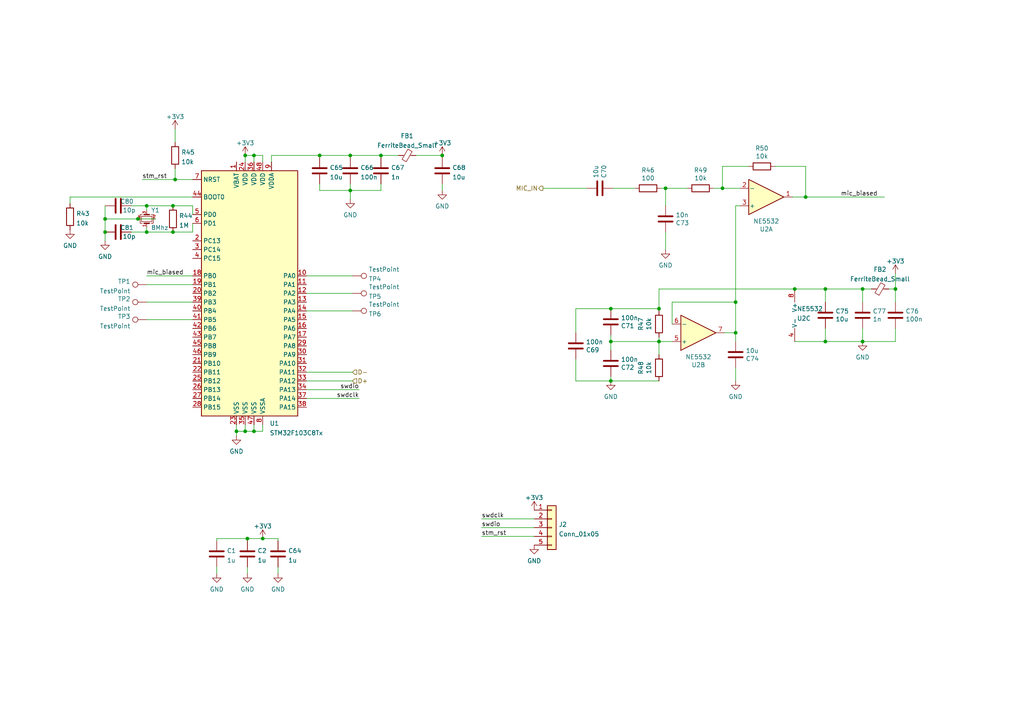
<source format=kicad_sch>
(kicad_sch (version 20211123) (generator eeschema)
  (paper "A4")
  (lib_symbols
    (symbol "Amplifier_Operational:NE5532" (pin_names (offset 0.127))
      (property "Reference" "U" (at 0 5.08 0))
      (property "Value" "NE5532" (at 0 -5.08 0))
      (symbol "NE5532_1_1"
        (polyline (pts (xy -5.08 5.08) (xy 5.08 0) (xy -5.08 -5.08) (xy -5.08 5.08)) (stroke (width 0.254)) (fill (type background)))
        (pin output line (at 7.62 0 180) (length 2.54) (name "~") (number "1"))
        (pin input line (at -7.62 -2.54 0) (length 2.54) (name "-") (number "2"))
        (pin input line (at -7.62 2.54 0) (length 2.54) (name "+") (number "3"))
      )
      (symbol "NE5532_2_1"
        (polyline (pts (xy -5.08 5.08) (xy 5.08 0) (xy -5.08 -5.08) (xy -5.08 5.08)) (stroke (width 0.254)) (fill (type background)))
        (pin input line (at -7.62 2.54 0) (length 2.54) (name "+") (number "5"))
        (pin input line (at -7.62 -2.54 0) (length 2.54) (name "-") (number "6"))
        (pin output line (at 7.62 0 180) (length 2.54) (name "~") (number "7"))
      )
      (symbol "NE5532_3_1"
        (pin power_in line (at -2.54 -7.62 90) (length 3.81) (name "V-") (number "4"))
        (pin power_in line (at -2.54 7.62 270) (length 3.81) (name "V+") (number "8"))
      )
    )
    (symbol "Connector:TestPoint" (pin_numbers hide) (pin_names (offset 0.762) hide)
      (property "Reference" "TP" (at 0 6.858 0))
      (property "Value" "TestPoint" (at 0 5.08 0))
      (symbol "TestPoint_0_1"
        (circle (center 0 3.302) (radius 0.762))
      )
      (symbol "TestPoint_1_1"
        (pin passive line (at 0 0 90) (length 2.54) (name "1") (number "1"))
      )
    )
    (symbol "Connector_Generic:Conn_01x05" (pin_names (offset 1.016) hide)
      (property "Reference" "J" (at 0 7.62 0))
      (property "Value" "Conn_01x05" (at 0 -7.62 0))
      (symbol "Conn_01x05_1_1"
        (rectangle (start -1.27 -4.953) (end 0 -5.207) (stroke (width 0.1524)))
        (rectangle (start -1.27 -2.413) (end 0 -2.667) (stroke (width 0.1524)))
        (rectangle (start -1.27 0.127) (end 0 -0.127) (stroke (width 0.1524)))
        (rectangle (start -1.27 2.667) (end 0 2.413) (stroke (width 0.1524)))
        (rectangle (start -1.27 5.207) (end 0 4.953) (stroke (width 0.1524)))
        (rectangle (start -1.27 6.35) (end 1.27 -6.35) (stroke (width 0.254)) (fill (type background)))
        (pin passive line (at -5.08 5.08 0) (length 3.81) (name "Pin_1") (number "1"))
        (pin passive line (at -5.08 2.54 0) (length 3.81) (name "Pin_2") (number "2"))
        (pin passive line (at -5.08 0 0) (length 3.81) (name "Pin_3") (number "3"))
        (pin passive line (at -5.08 -2.54 0) (length 3.81) (name "Pin_4") (number "4"))
        (pin passive line (at -5.08 -5.08 0) (length 3.81) (name "Pin_5") (number "5"))
      )
    )
    (symbol "Device:C" (pin_numbers hide) (pin_names (offset 0.254))
      (property "Reference" "C" (at 0.635 2.54 0))
      (property "Value" "C" (at 0.635 -2.54 0))
      (symbol "C_0_1"
        (polyline (pts (xy -2.032 -0.762) (xy 2.032 -0.762)) (stroke (width 0.508)))
        (polyline (pts (xy -2.032 0.762) (xy 2.032 0.762)) (stroke (width 0.508)))
      )
      (symbol "C_1_1"
        (pin passive line (at 0 3.81 270) (length 2.794) (name "~") (number "1"))
        (pin passive line (at 0 -3.81 90) (length 2.794) (name "~") (number "2"))
      )
    )
    (symbol "Device:Crystal_GND24_Small" (pin_names (offset 1.016) hide)
      (property "Reference" "Y" (at 1.27 4.445 0))
      (property "Value" "Crystal_GND24_Small" (at 1.27 2.54 0))
      (symbol "Crystal_GND24_Small_0_1"
        (rectangle (start -0.762 -1.524) (end 0.762 1.524))
        (polyline (pts (xy -1.27 -0.762) (xy -1.27 0.762)) (stroke (width 0.381)))
        (polyline (pts (xy 1.27 -0.762) (xy 1.27 0.762)) (stroke (width 0.381)))
        (polyline (pts (xy -1.27 -1.27) (xy -1.27 -1.905) (xy 1.27 -1.905) (xy 1.27 -1.27)))
        (polyline (pts (xy -1.27 1.27) (xy -1.27 1.905) (xy 1.27 1.905) (xy 1.27 1.27)))
      )
      (symbol "Crystal_GND24_Small_1_1"
        (pin passive line (at -2.54 0 0) (length 1.27) (name "1") (number "1"))
        (pin passive line (at 0 -2.54 90) (length 0.635) (name "2") (number "2"))
        (pin passive line (at 2.54 0 180) (length 1.27) (name "3") (number "3"))
        (pin passive line (at 0 2.54 270) (length 0.635) (name "4") (number "4"))
      )
    )
    (symbol "Device:FerriteBead_Small" (pin_numbers hide) (pin_names (offset 0))
      (property "Reference" "FB" (at 1.905 1.27 0))
      (property "Value" "FerriteBead_Small" (at 1.905 -1.27 0))
      (symbol "FerriteBead_Small_0_1"
        (polyline (pts (xy 0 -1.27) (xy 0 -0.7874)))
        (polyline (pts (xy 0 0.889) (xy 0 1.2954)))
        (polyline (pts (xy -1.8288 0.2794) (xy -1.1176 1.4986) (xy 1.8288 -0.2032) (xy 1.1176 -1.4224) (xy -1.8288 0.2794)))
      )
      (symbol "FerriteBead_Small_1_1"
        (pin passive line (at 0 2.54 270) (length 1.27) (name "~") (number "1"))
        (pin passive line (at 0 -2.54 90) (length 1.27) (name "~") (number "2"))
      )
    )
    (symbol "Device:R" (pin_numbers hide) (pin_names (offset 0))
      (property "Reference" "R" (at 2.032 0 90))
      (property "Value" "R" (at 0 0 90))
      (symbol "R_0_1"
        (rectangle (start -1.016 -2.54) (end 1.016 2.54) (stroke (width 0.254)))
      )
      (symbol "R_1_1"
        (pin passive line (at 0 3.81 270) (length 1.27) (name "~") (number "1"))
        (pin passive line (at 0 -3.81 90) (length 1.27) (name "~") (number "2"))
      )
    )
    (symbol "MCU_ST_STM32F1:STM32F103C8Tx"
      (property "Reference" "U" (at -15.24 36.83 0))
      (property "Value" "STM32F103C8Tx" (at 7.62 36.83 0))
      (symbol "STM32F103C8Tx_0_1"
        (rectangle (start -15.24 -35.56) (end 12.7 35.56) (stroke (width 0.254)) (fill (type background)))
      )
      (symbol "STM32F103C8Tx_1_1"
        (pin power_in line (at -5.08 38.1 270) (length 2.54) (name "VBAT") (number "1"))
        (pin bidirectional line (at 15.24 5.08 180) (length 2.54) (name "PA0") (number "10"))
        (pin bidirectional line (at 15.24 2.54 180) (length 2.54) (name "PA1") (number "11"))
        (pin bidirectional line (at 15.24 0 180) (length 2.54) (name "PA2") (number "12"))
        (pin bidirectional line (at 15.24 -2.54 180) (length 2.54) (name "PA3") (number "13"))
        (pin bidirectional line (at 15.24 -5.08 180) (length 2.54) (name "PA4") (number "14"))
        (pin bidirectional line (at 15.24 -7.62 180) (length 2.54) (name "PA5") (number "15"))
        (pin bidirectional line (at 15.24 -10.16 180) (length 2.54) (name "PA6") (number "16"))
        (pin bidirectional line (at 15.24 -12.7 180) (length 2.54) (name "PA7") (number "17"))
        (pin bidirectional line (at -17.78 5.08 0) (length 2.54) (name "PB0") (number "18"))
        (pin bidirectional line (at -17.78 2.54 0) (length 2.54) (name "PB1") (number "19"))
        (pin bidirectional line (at -17.78 15.24 0) (length 2.54) (name "PC13") (number "2"))
        (pin bidirectional line (at -17.78 0 0) (length 2.54) (name "PB2") (number "20"))
        (pin bidirectional line (at -17.78 -20.32 0) (length 2.54) (name "PB10") (number "21"))
        (pin bidirectional line (at -17.78 -22.86 0) (length 2.54) (name "PB11") (number "22"))
        (pin power_in line (at -5.08 -38.1 90) (length 2.54) (name "VSS") (number "23"))
        (pin power_in line (at -2.54 38.1 270) (length 2.54) (name "VDD") (number "24"))
        (pin bidirectional line (at -17.78 -25.4 0) (length 2.54) (name "PB12") (number "25"))
        (pin bidirectional line (at -17.78 -27.94 0) (length 2.54) (name "PB13") (number "26"))
        (pin bidirectional line (at -17.78 -30.48 0) (length 2.54) (name "PB14") (number "27"))
        (pin bidirectional line (at -17.78 -33.02 0) (length 2.54) (name "PB15") (number "28"))
        (pin bidirectional line (at 15.24 -15.24 180) (length 2.54) (name "PA8") (number "29"))
        (pin bidirectional line (at -17.78 12.7 0) (length 2.54) (name "PC14") (number "3"))
        (pin bidirectional line (at 15.24 -17.78 180) (length 2.54) (name "PA9") (number "30"))
        (pin bidirectional line (at 15.24 -20.32 180) (length 2.54) (name "PA10") (number "31"))
        (pin bidirectional line (at 15.24 -22.86 180) (length 2.54) (name "PA11") (number "32"))
        (pin bidirectional line (at 15.24 -25.4 180) (length 2.54) (name "PA12") (number "33"))
        (pin bidirectional line (at 15.24 -27.94 180) (length 2.54) (name "PA13") (number "34"))
        (pin power_in line (at -2.54 -38.1 90) (length 2.54) (name "VSS") (number "35"))
        (pin power_in line (at 0 38.1 270) (length 2.54) (name "VDD") (number "36"))
        (pin bidirectional line (at 15.24 -30.48 180) (length 2.54) (name "PA14") (number "37"))
        (pin bidirectional line (at 15.24 -33.02 180) (length 2.54) (name "PA15") (number "38"))
        (pin bidirectional line (at -17.78 -2.54 0) (length 2.54) (name "PB3") (number "39"))
        (pin bidirectional line (at -17.78 10.16 0) (length 2.54) (name "PC15") (number "4"))
        (pin bidirectional line (at -17.78 -5.08 0) (length 2.54) (name "PB4") (number "40"))
        (pin bidirectional line (at -17.78 -7.62 0) (length 2.54) (name "PB5") (number "41"))
        (pin bidirectional line (at -17.78 -10.16 0) (length 2.54) (name "PB6") (number "42"))
        (pin bidirectional line (at -17.78 -12.7 0) (length 2.54) (name "PB7") (number "43"))
        (pin input line (at -17.78 27.94 0) (length 2.54) (name "BOOT0") (number "44"))
        (pin bidirectional line (at -17.78 -15.24 0) (length 2.54) (name "PB8") (number "45"))
        (pin bidirectional line (at -17.78 -17.78 0) (length 2.54) (name "PB9") (number "46"))
        (pin power_in line (at 0 -38.1 90) (length 2.54) (name "VSS") (number "47"))
        (pin power_in line (at 2.54 38.1 270) (length 2.54) (name "VDD") (number "48"))
        (pin input line (at -17.78 22.86 0) (length 2.54) (name "PD0") (number "5"))
        (pin input line (at -17.78 20.32 0) (length 2.54) (name "PD1") (number "6"))
        (pin input line (at -17.78 33.02 0) (length 2.54) (name "NRST") (number "7"))
        (pin power_in line (at 2.54 -38.1 90) (length 2.54) (name "VSSA") (number "8"))
        (pin power_in line (at 5.08 38.1 270) (length 2.54) (name "VDDA") (number "9"))
      )
    )
    (symbol "power:+3.3V" (power) (pin_names (offset 0))
      (property "Value" "+3.3V" (at 0 3.556 0))
      (symbol "+3.3V_0_1"
        (polyline (pts (xy -0.762 1.27) (xy 0 2.54)))
        (polyline (pts (xy 0 0) (xy 0 2.54)))
        (polyline (pts (xy 0 2.54) (xy 0.762 1.27)))
      )
      (symbol "+3.3V_1_1"
        (pin power_in line (at 0 0 90) (length 0) hide (name "+3V3") (number "1"))
      )
    )
    (symbol "power:GND" (power) (pin_names (offset 0))
      (property "Value" "GND" (at 0 -3.81 0))
      (symbol "GND_0_1"
        (polyline (pts (xy 0 0) (xy 0 -1.27) (xy 1.27 -1.27) (xy 0 -2.54) (xy -1.27 -1.27) (xy 0 -1.27)))
      )
      (symbol "GND_1_1"
        (pin power_in line (at 0 0 270) (length 0) hide (name "GND") (number "1"))
      )
    )
  )
  (junction (at 230.505 83.82))
  (junction (at 250.19 99.06))
  (junction (at 128.27 45.085))
  (junction (at 101.6 55.245))
  (junction (at 213.36 87.63))
  (junction (at 233.68 57.15))
  (junction (at 110.49 45.085))
  (junction (at 177.165 110.49))
  (junction (at 71.12 125.095))
  (junction (at 30.48 63.5))
  (junction (at 191.135 89.535))
  (junction (at 213.36 96.52))
  (junction (at 50.165 67.31))
  (junction (at 209.55 54.61))
  (junction (at 239.395 99.06))
  (junction (at 191.135 99.06))
  (junction (at 101.6 45.085))
  (junction (at 42.545 67.31))
  (junction (at 177.165 99.06))
  (junction (at 239.395 83.82))
  (junction (at 259.715 83.82))
  (junction (at 42.545 59.69))
  (junction (at 73.66 45.085))
  (junction (at 177.165 89.535))
  (junction (at 73.66 125.095))
  (junction (at 30.48 67.31))
  (junction (at 40.005 63.5))
  (junction (at 50.8 52.07))
  (junction (at 250.19 83.82))
  (junction (at 193.04 54.61))
  (junction (at 68.58 125.095))
  (junction (at 76.2 156.21))
  (junction (at 71.12 45.085))
  (junction (at 50.165 59.69))
  (junction (at 92.71 45.085))
  (junction (at 71.755 156.21))
  (wire (pts (xy 139.7 155.575) (xy 154.94 155.575)))
  (wire (pts (xy 110.49 45.085) (xy 115.57 45.085)))
  (wire (pts (xy 71.12 45.085) (xy 73.66 45.085)))
  (wire (pts (xy 259.715 83.82) (xy 259.715 87.63)))
  (wire (pts (xy 88.9 107.95) (xy 102.235 107.95)))
  (wire (pts (xy 71.755 164.465) (xy 71.755 166.37)))
  (wire (pts (xy 250.19 99.06) (xy 259.715 99.06)))
  (wire (pts (xy 42.545 66.04) (xy 42.545 67.31)))
  (wire (pts (xy 229.87 57.15) (xy 233.68 57.15)))
  (wire (pts (xy 177.165 89.535) (xy 191.135 89.535)))
  (wire (pts (xy 177.165 99.06) (xy 191.135 99.06)))
  (wire (pts (xy 177.165 110.49) (xy 191.135 110.49)))
  (wire (pts (xy 76.2 125.095) (xy 73.66 125.095)))
  (wire (pts (xy 194.945 87.63) (xy 213.36 87.63)))
  (wire (pts (xy 239.395 95.25) (xy 239.395 99.06)))
  (wire (pts (xy 92.71 55.245) (xy 101.6 55.245)))
  (wire (pts (xy 55.88 59.69) (xy 50.165 59.69)))
  (wire (pts (xy 92.71 53.34) (xy 92.71 55.245)))
  (wire (pts (xy 40.005 63.5) (xy 45.085 63.5)))
  (wire (pts (xy 250.19 83.82) (xy 250.19 87.63)))
  (wire (pts (xy 194.945 93.98) (xy 194.945 87.63)))
  (wire (pts (xy 209.55 48.26) (xy 217.17 48.26)))
  (wire (pts (xy 110.49 45.085) (xy 110.49 45.72)))
  (wire (pts (xy 207.01 54.61) (xy 209.55 54.61)))
  (wire (pts (xy 88.9 115.57) (xy 104.14 115.57)))
  (wire (pts (xy 157.48 54.61) (xy 170.18 54.61)))
  (wire (pts (xy 101.6 53.34) (xy 101.6 55.245)))
  (wire (pts (xy 62.865 164.465) (xy 62.865 166.37)))
  (wire (pts (xy 80.645 156.21) (xy 76.2 156.21)))
  (wire (pts (xy 88.9 113.03) (xy 104.14 113.03)))
  (wire (pts (xy 92.71 45.085) (xy 78.74 45.085)))
  (wire (pts (xy 101.6 45.085) (xy 92.71 45.085)))
  (wire (pts (xy 30.48 63.5) (xy 30.48 67.31)))
  (wire (pts (xy 213.36 96.52) (xy 210.185 96.52)))
  (wire (pts (xy 50.165 67.31) (xy 55.88 67.31)))
  (wire (pts (xy 41.275 52.07) (xy 50.8 52.07)))
  (wire (pts (xy 76.2 45.085) (xy 76.2 46.99)))
  (wire (pts (xy 30.48 67.31) (xy 30.48 69.85)))
  (wire (pts (xy 42.545 87.63) (xy 55.88 87.63)))
  (wire (pts (xy 120.65 45.085) (xy 128.27 45.085)))
  (wire (pts (xy 191.77 54.61) (xy 193.04 54.61)))
  (wire (pts (xy 191.135 89.535) (xy 191.135 90.17)))
  (wire (pts (xy 50.8 52.07) (xy 50.8 48.895)))
  (wire (pts (xy 110.49 53.34) (xy 110.49 55.245)))
  (wire (pts (xy 154.94 150.495) (xy 139.7 150.495)))
  (wire (pts (xy 259.715 79.375) (xy 259.715 83.82)))
  (wire (pts (xy 213.36 87.63) (xy 213.36 96.52)))
  (wire (pts (xy 102.235 90.17) (xy 88.9 90.17)))
  (wire (pts (xy 239.395 83.82) (xy 239.395 87.63)))
  (wire (pts (xy 230.505 83.82) (xy 191.135 83.82)))
  (wire (pts (xy 191.135 83.82) (xy 191.135 89.535)))
  (wire (pts (xy 209.55 54.61) (xy 214.63 54.61)))
  (wire (pts (xy 50.165 59.69) (xy 42.545 59.69)))
  (wire (pts (xy 177.165 97.155) (xy 177.165 99.06)))
  (wire (pts (xy 167.005 96.52) (xy 167.005 89.535)))
  (wire (pts (xy 73.66 45.085) (xy 76.2 45.085)))
  (wire (pts (xy 88.9 110.49) (xy 102.235 110.49)))
  (wire (pts (xy 50.165 67.31) (xy 42.545 67.31)))
  (wire (pts (xy 92.71 45.085) (xy 92.71 45.72)))
  (wire (pts (xy 42.545 82.55) (xy 55.88 82.55)))
  (wire (pts (xy 78.74 45.085) (xy 78.74 46.99)))
  (wire (pts (xy 233.68 48.26) (xy 233.68 57.15)))
  (wire (pts (xy 213.36 96.52) (xy 213.36 99.06)))
  (wire (pts (xy 73.66 123.19) (xy 73.66 125.095)))
  (wire (pts (xy 55.88 57.15) (xy 20.32 57.15)))
  (wire (pts (xy 50.8 37.465) (xy 50.8 41.275)))
  (wire (pts (xy 71.755 156.21) (xy 71.755 156.845)))
  (wire (pts (xy 230.505 83.82) (xy 239.395 83.82)))
  (wire (pts (xy 193.04 59.69) (xy 193.04 54.61)))
  (wire (pts (xy 250.19 95.25) (xy 250.19 99.06)))
  (wire (pts (xy 101.6 55.245) (xy 101.6 57.785)))
  (wire (pts (xy 230.505 99.06) (xy 239.395 99.06)))
  (wire (pts (xy 71.12 125.095) (xy 68.58 125.095)))
  (wire (pts (xy 252.73 83.82) (xy 250.19 83.82)))
  (wire (pts (xy 167.005 110.49) (xy 177.165 110.49)))
  (wire (pts (xy 154.94 153.035) (xy 139.7 153.035)))
  (wire (pts (xy 191.135 99.06) (xy 194.945 99.06)))
  (wire (pts (xy 128.27 53.34) (xy 128.27 55.245)))
  (wire (pts (xy 102.235 80.01) (xy 88.9 80.01)))
  (wire (pts (xy 167.005 89.535) (xy 177.165 89.535)))
  (wire (pts (xy 193.04 67.31) (xy 193.04 72.39)))
  (wire (pts (xy 38.1 67.31) (xy 42.545 67.31)))
  (wire (pts (xy 213.36 59.69) (xy 214.63 59.69)))
  (wire (pts (xy 80.645 156.21) (xy 80.645 156.845)))
  (wire (pts (xy 224.79 48.26) (xy 233.68 48.26)))
  (wire (pts (xy 73.66 125.095) (xy 71.12 125.095)))
  (wire (pts (xy 68.58 123.19) (xy 68.58 125.095)))
  (wire (pts (xy 73.66 45.085) (xy 73.66 46.99)))
  (wire (pts (xy 55.88 67.31) (xy 55.88 64.77)))
  (wire (pts (xy 71.12 46.99) (xy 71.12 45.085)))
  (wire (pts (xy 213.36 106.68) (xy 213.36 110.49)))
  (wire (pts (xy 42.545 92.71) (xy 55.88 92.71)))
  (wire (pts (xy 80.645 164.465) (xy 80.645 166.37)))
  (wire (pts (xy 177.165 109.22) (xy 177.165 110.49)))
  (wire (pts (xy 101.6 45.085) (xy 101.6 45.72)))
  (wire (pts (xy 76.2 123.19) (xy 76.2 125.095)))
  (wire (pts (xy 239.395 99.06) (xy 250.19 99.06)))
  (wire (pts (xy 76.2 156.21) (xy 71.755 156.21)))
  (wire (pts (xy 55.88 52.07) (xy 50.8 52.07)))
  (wire (pts (xy 167.005 104.14) (xy 167.005 110.49)))
  (wire (pts (xy 102.235 85.09) (xy 88.9 85.09)))
  (wire (pts (xy 239.395 83.82) (xy 250.19 83.82)))
  (wire (pts (xy 233.68 57.15) (xy 256.54 57.15)))
  (wire (pts (xy 128.27 45.085) (xy 128.27 45.72)))
  (wire (pts (xy 199.39 54.61) (xy 193.04 54.61)))
  (wire (pts (xy 177.165 99.06) (xy 177.165 101.6)))
  (wire (pts (xy 42.545 59.69) (xy 42.545 60.96)))
  (wire (pts (xy 101.6 55.245) (xy 110.49 55.245)))
  (wire (pts (xy 38.1 59.69) (xy 42.545 59.69)))
  (wire (pts (xy 101.6 45.085) (xy 110.49 45.085)))
  (wire (pts (xy 209.55 48.26) (xy 209.55 54.61)))
  (wire (pts (xy 20.32 57.15) (xy 20.32 59.055)))
  (wire (pts (xy 259.715 95.25) (xy 259.715 99.06)))
  (wire (pts (xy 213.36 87.63) (xy 213.36 59.69)))
  (wire (pts (xy 30.48 63.5) (xy 40.005 63.5)))
  (wire (pts (xy 55.88 62.23) (xy 55.88 59.69)))
  (wire (pts (xy 68.58 125.095) (xy 68.58 126.365)))
  (wire (pts (xy 62.865 156.21) (xy 62.865 156.845)))
  (wire (pts (xy 191.135 97.79) (xy 191.135 99.06)))
  (wire (pts (xy 257.81 83.82) (xy 259.715 83.82)))
  (wire (pts (xy 71.12 123.19) (xy 71.12 125.095)))
  (wire (pts (xy 191.135 99.06) (xy 191.135 102.87)))
  (wire (pts (xy 30.48 59.69) (xy 30.48 63.5)))
  (wire (pts (xy 177.8 54.61) (xy 184.15 54.61)))
  (wire (pts (xy 71.755 156.21) (xy 62.865 156.21)))
  (wire (pts (xy 42.545 80.01) (xy 55.88 80.01)))
  (label "mic_biased" (at 42.545 80.01 0))
  (label "stm_rst" (at 139.7 155.575 0))
  (label "swdio" (at 104.14 113.03 180))
  (label "swdclk" (at 104.14 115.57 180))
  (label "mic_biased" (at 243.84 57.15 0))
  (label "stm_rst" (at 41.275 52.07 0))
  (label "swdio" (at 139.7 153.035 0))
  (label "swdclk" (at 139.7 150.495 0))
  (hierarchical_label "MIC_IN" (shape output) (at 157.48 54.61 180))
  (hierarchical_label "D+" (shape input) (at 102.235 110.49 0))
  (hierarchical_label "D-" (shape input) (at 102.235 107.95 0))
  (symbol (lib_id "power:GND") (at 213.36 110.49 0) (unit 1)
    (property "Reference" "#PWR0113" (effects hide))
    (property "Value" "GND" (at 213.36 115.0525 0))
  )
  (symbol (lib_id "Device:C") (at 193.04 63.5 0) (mirror x) (unit 1)
    (property "Reference" "C73" (at 195.961 64.6684 0) (effects (justify left)))
    (property "Value" "10n" (at 195.961 62.357 0) (effects (justify left)))
    (property "Footprint" "Capacitor_SMD:C_0603_1608Metric" (effects hide))
  )
  (symbol (lib_id "Device:R") (at 50.165 63.5 0) (unit 1)
    (property "Reference" "R44" (at 51.943 62.5915 0) (effects (justify left)))
    (property "Value" "1M" (at 51.943 65.3666 0) (effects (justify left)))
    (property "Footprint" "Resistor_SMD:R_0603_1608Metric" (effects hide))
  )
  (symbol (lib_id "power:+3.3V") (at 154.94 147.955 0) (unit 1)
    (property "Reference" "#PWR0123" (effects hide))
    (property "Value" "+3.3V" (at 154.94 144.3505 0))
  )
  (symbol (lib_id "Device:R") (at 220.98 48.26 270) (mirror x) (unit 1)
    (property "Reference" "R50" (at 220.98 43.0022 90))
    (property "Value" "10k" (at 220.98 45.3136 90))
    (property "Footprint" "Resistor_SMD:R_0603_1608Metric" (effects hide))
  )
  (symbol (lib_id "Device:R") (at 187.96 54.61 270) (mirror x) (unit 1)
    (property "Reference" "R46" (at 187.96 49.3522 90))
    (property "Value" "100" (at 187.96 51.6636 90))
    (property "Footprint" "Resistor_SMD:R_0603_1608Metric" (effects hide))
  )
  (symbol (lib_id "Device:C") (at 250.19 91.44 0) (unit 1)
    (property "Reference" "C77" (at 253.111 90.2716 0) (effects (justify left)))
    (property "Value" "1n" (at 253.111 92.583 0) (effects (justify left)))
    (property "Footprint" "Capacitor_SMD:C_0603_1608Metric" (effects hide))
  )
  (symbol (lib_id "power:+3.3V") (at 128.27 45.085 0) (unit 1)
    (property "Reference" "#PWR0128" (effects hide))
    (property "Value" "+3.3V" (at 128.27 41.4805 0))
  )
  (symbol (lib_id "Connector_Generic:Conn_01x05") (at 160.02 153.035 0) (unit 1)
    (property "Reference" "J2" (at 162.052 152.1265 0) (effects (justify left)))
    (property "Value" "Conn_01x05" (at 162.052 154.9016 0) (effects (justify left)))
    (property "Footprint" "Connector_PinHeader_2.54mm:PinHeader_1x05_P2.54mm_Vertical" (effects hide))
  )
  (symbol (lib_id "power:GND") (at 177.165 110.49 0) (unit 1)
    (property "Reference" "#PWR0112" (effects hide))
    (property "Value" "GND" (at 177.165 115.0525 0))
  )
  (symbol (lib_id "Device:C") (at 173.99 54.61 270) (mirror x) (unit 1)
    (property "Reference" "C70" (at 175.1584 51.689 0) (effects (justify left)))
    (property "Value" "10u" (at 172.847 51.689 0) (effects (justify left)))
    (property "Footprint" "Capacitor_SMD:C_0603_1608Metric" (effects hide))
  )
  (symbol (lib_id "Device:C") (at 177.165 105.41 0) (mirror x) (unit 1)
    (property "Reference" "C72" (at 180.086 106.5784 0) (effects (justify left)))
    (property "Value" "100n" (at 180.086 104.267 0) (effects (justify left)))
    (property "Footprint" "Capacitor_SMD:C_0603_1608Metric" (effects hide))
  )
  (symbol (lib_id "Device:Crystal_GND24_Small") (at 42.545 63.5 90) (unit 1)
    (property "Reference" "Y1" (at 43.815 60.96 90) (effects (justify right)))
    (property "Value" "8Mhz" (at 43.815 66.04 90) (effects (justify right)))
    (property "Footprint" "Crystal:Crystal_SMD_3225-4Pin_3.2x2.5mm" (effects hide))
  )
  (symbol (lib_id "Device:FerriteBead_Small") (at 118.11 45.085 90) (unit 1)
    (property "Reference" "FB1" (at 118.0719 39.4167 90))
    (property "Value" "FerriteBead_Small" (at 118.0719 42.1918 90))
    (property "Footprint" "Capacitor_SMD:C_0805_2012Metric" (effects hide))
  )
  (symbol (lib_id "Amplifier_Operational:NE5532") (at 227.965 91.44 0) (mirror y) (unit 3)
    (property "Reference" "U2" (at 231.14 92.3485 0) (effects (justify right)))
    (property "Value" "NE5532" (at 231.14 89.5734 0) (effects (justify right)))
    (property "Footprint" "Package_SO:SOIC-8_3.9x4.9mm_P1.27mm" (effects hide))
    (property "Datasheet" "http://www.ti.com/lit/ds/symlink/ne5532.pdf" (effects hide))
  )
  (symbol (lib_id "power:GND") (at 80.645 166.37 0) (unit 1)
    (property "Reference" "#PWR0116" (effects hide))
    (property "Value" "GND" (at 80.645 170.9325 0))
  )
  (symbol (lib_id "Connector:TestPoint") (at 42.545 87.63 90) (unit 1)
    (property "Reference" "TP2" (at 37.846 86.7215 90) (effects (justify left)))
    (property "Value" "TestPoint" (at 37.846 89.4966 90) (effects (justify left)))
    (property "Footprint" "TestPoint:TestPoint_Pad_D1.0mm" (effects hide))
  )
  (symbol (lib_id "power:GND") (at 101.6 57.785 0) (unit 1)
    (property "Reference" "#PWR0120" (effects hide))
    (property "Value" "GND" (at 101.6 62.3475 0))
  )
  (symbol (lib_id "Device:R") (at 203.2 54.61 270) (mirror x) (unit 1)
    (property "Reference" "R49" (at 203.2 49.3522 90))
    (property "Value" "10k" (at 203.2 51.6636 90))
    (property "Footprint" "Resistor_SMD:R_0603_1608Metric" (effects hide))
  )
  (symbol (lib_id "Device:C") (at 259.715 91.44 0) (unit 1)
    (property "Reference" "C76" (at 262.636 90.2716 0) (effects (justify left)))
    (property "Value" "100n" (at 262.636 92.583 0) (effects (justify left)))
    (property "Footprint" "Capacitor_SMD:C_0603_1608Metric" (effects hide))
  )
  (symbol (lib_id "Device:R") (at 191.135 93.98 0) (mirror y) (unit 1)
    (property "Reference" "R47" (at 185.8772 93.98 90))
    (property "Value" "10k" (at 188.1886 93.98 90))
    (property "Footprint" "Resistor_SMD:R_0603_1608Metric" (effects hide))
  )
  (symbol (lib_id "power:GND") (at 20.32 66.675 0) (unit 1)
    (property "Reference" "#PWR0122" (effects hide))
    (property "Value" "GND" (at 20.32 71.2375 0))
  )
  (symbol (lib_id "power:+3.3V") (at 50.8 37.465 0) (unit 1)
    (property "Reference" "#PWR0126" (effects hide))
    (property "Value" "+3.3V" (at 50.8 33.8605 0))
  )
  (symbol (lib_id "Device:C") (at 239.395 91.44 0) (unit 1)
    (property "Reference" "C75" (at 242.316 90.2716 0) (effects (justify left)))
    (property "Value" "10u" (at 242.316 92.583 0) (effects (justify left)))
    (property "Footprint" "Capacitor_SMD:C_0603_1608Metric" (effects hide))
  )
  (symbol (lib_id "Device:C") (at 80.645 160.655 0) (unit 1)
    (property "Reference" "C64" (at 83.566 159.7465 0) (effects (justify left)))
    (property "Value" "1u" (at 83.566 162.5216 0) (effects (justify left)))
    (property "Footprint" "Capacitor_SMD:C_0603_1608Metric" (effects hide))
  )
  (symbol (lib_id "Device:R") (at 50.8 45.085 180) (unit 1)
    (property "Reference" "R45" (at 52.578 44.1765 0) (effects (justify right)))
    (property "Value" "10k" (at 52.578 46.9516 0) (effects (justify right)))
    (property "Footprint" "Resistor_SMD:R_0603_1608Metric" (effects hide))
  )
  (symbol (lib_id "power:GND") (at 193.04 72.39 0) (unit 1)
    (property "Reference" "#PWR0110" (effects hide))
    (property "Value" "GND" (at 193.04 76.9525 0))
  )
  (symbol (lib_id "Amplifier_Operational:NE5532") (at 222.25 57.15 0) (mirror x) (unit 1)
    (property "Reference" "U2" (at 222.25 66.4718 0))
    (property "Value" "NE5532" (at 222.25 64.1604 0))
    (property "Footprint" "Package_SO:SOIC-8_3.9x4.9mm_P1.27mm" (effects hide))
    (property "Datasheet" "http://www.ti.com/lit/ds/symlink/ne5532.pdf" (effects hide))
  )
  (symbol (lib_id "Connector:TestPoint") (at 42.545 92.71 90) (unit 1)
    (property "Reference" "TP3" (at 37.846 91.8015 90) (effects (justify left)))
    (property "Value" "TestPoint" (at 37.846 94.5766 90) (effects (justify left)))
    (property "Footprint" "TestPoint:TestPoint_Pad_D1.0mm" (effects hide))
  )
  (symbol (lib_id "Device:R") (at 191.135 106.68 0) (mirror y) (unit 1)
    (property "Reference" "R48" (at 185.8772 106.68 90))
    (property "Value" "10k" (at 188.1886 106.68 90))
    (property "Footprint" "Resistor_SMD:R_0603_1608Metric" (effects hide))
  )
  (symbol (lib_id "Connector:TestPoint") (at 42.545 82.55 90) (unit 1)
    (property "Reference" "TP1" (at 37.846 81.6415 90) (effects (justify left)))
    (property "Value" "TestPoint" (at 37.846 84.4166 90) (effects (justify left)))
    (property "Footprint" "TestPoint:TestPoint_Pad_D1.0mm" (effects hide))
  )
  (symbol (lib_id "power:GND") (at 62.865 166.37 0) (unit 1)
    (property "Reference" "#PWR0118" (effects hide))
    (property "Value" "GND" (at 62.865 170.9325 0))
  )
  (symbol (lib_id "Device:C") (at 213.36 102.87 0) (mirror x) (unit 1)
    (property "Reference" "C74" (at 216.281 104.0384 0) (effects (justify left)))
    (property "Value" "10u" (at 216.281 101.727 0) (effects (justify left)))
    (property "Footprint" "Capacitor_SMD:C_0603_1608Metric" (effects hide))
  )
  (symbol (lib_id "Device:C") (at 34.29 59.69 90) (unit 1)
    (property "Reference" "C80" (at 36.83 58.42 90))
    (property "Value" "10p" (at 37.465 60.96 90))
    (property "Footprint" "Capacitor_SMD:C_0603_1608Metric" (effects hide))
  )
  (symbol (lib_id "Device:C") (at 128.27 49.53 0) (unit 1)
    (property "Reference" "C68" (at 131.191 48.6215 0) (effects (justify left)))
    (property "Value" "10u" (at 131.191 51.3966 0) (effects (justify left)))
    (property "Footprint" "Capacitor_SMD:C_0603_1608Metric" (effects hide))
  )
  (symbol (lib_id "MCU_ST_STM32F1:STM32F103C8Tx") (at 73.66 85.09 0) (unit 1)
    (property "Reference" "U1" (at 78.2194 122.7995 0) (effects (justify left)))
    (property "Value" "STM32F103C8Tx" (at 78.2194 125.5746 0) (effects (justify left)))
    (property "Footprint" "Package_QFP:LQFP-48_7x7mm_P0.5mm" (effects hide))
    (property "Datasheet" "http://www.st.com/st-web-ui/static/active/en/resource/technical/document/datasheet/CD00161566.pdf" (effects hide))
  )
  (symbol (lib_id "Device:C") (at 92.71 49.53 0) (unit 1)
    (property "Reference" "C65" (at 95.631 48.6215 0) (effects (justify left)))
    (property "Value" "10u" (at 95.631 51.3966 0) (effects (justify left)))
    (property "Footprint" "Capacitor_SMD:C_0603_1608Metric" (effects hide))
  )
  (symbol (lib_id "power:GND") (at 250.19 99.06 0) (unit 1)
    (property "Reference" "#PWR0111" (effects hide))
    (property "Value" "GND" (at 250.19 103.6225 0))
  )
  (symbol (lib_id "power:GND") (at 71.755 166.37 0) (unit 1)
    (property "Reference" "#PWR0115" (effects hide))
    (property "Value" "GND" (at 71.755 170.9325 0))
  )
  (symbol (lib_id "Device:FerriteBead_Small") (at 255.27 83.82 90) (unit 1)
    (property "Reference" "FB2" (at 255.2319 78.1517 90))
    (property "Value" "FerriteBead_Small" (at 255.2319 80.9268 90))
    (property "Footprint" "Capacitor_SMD:C_0805_2012Metric" (effects hide))
  )
  (symbol (lib_id "Device:C") (at 167.005 100.33 0) (mirror x) (unit 1)
    (property "Reference" "C69" (at 169.926 101.4984 0) (effects (justify left)))
    (property "Value" "100n" (at 169.926 99.187 0) (effects (justify left)))
    (property "Footprint" "Capacitor_SMD:C_0603_1608Metric" (effects hide))
  )
  (symbol (lib_id "Device:C") (at 177.165 93.345 0) (mirror x) (unit 1)
    (property "Reference" "C71" (at 180.086 94.5134 0) (effects (justify left)))
    (property "Value" "100n" (at 180.086 92.202 0) (effects (justify left)))
    (property "Footprint" "Capacitor_SMD:C_0603_1608Metric" (effects hide))
  )
  (symbol (lib_id "Device:C") (at 110.49 49.53 0) (unit 1)
    (property "Reference" "C67" (at 113.411 48.6215 0) (effects (justify left)))
    (property "Value" "1n" (at 113.411 51.3966 0) (effects (justify left)))
    (property "Footprint" "Capacitor_SMD:C_0603_1608Metric" (effects hide))
  )
  (symbol (lib_id "power:+3.3V") (at 76.2 156.21 0) (unit 1)
    (property "Reference" "#PWR0117" (effects hide))
    (property "Value" "+3.3V" (at 76.2 152.6055 0))
  )
  (symbol (lib_id "power:GND") (at 128.27 55.245 0) (unit 1)
    (property "Reference" "#PWR0129" (effects hide))
    (property "Value" "GND" (at 128.27 59.8075 0))
  )
  (symbol (lib_id "Device:R") (at 20.32 62.865 180) (unit 1)
    (property "Reference" "R43" (at 22.098 61.9565 0) (effects (justify right)))
    (property "Value" "10k" (at 22.098 64.7316 0) (effects (justify right)))
    (property "Footprint" "Resistor_SMD:R_0603_1608Metric" (effects hide))
  )
  (symbol (lib_id "Device:C") (at 34.29 67.31 90) (unit 1)
    (property "Reference" "C81" (at 36.83 66.04 90))
    (property "Value" "10p" (at 37.465 68.58 90))
    (property "Footprint" "Capacitor_SMD:C_0603_1608Metric" (effects hide))
  )
  (symbol (lib_id "Device:C") (at 62.865 160.655 0) (unit 1)
    (property "Reference" "C1" (at 65.786 159.7465 0) (effects (justify left)))
    (property "Value" "1u" (at 65.786 162.5216 0) (effects (justify left)))
    (property "Footprint" "Capacitor_SMD:C_0603_1608Metric" (effects hide))
  )
  (symbol (lib_id "power:GND") (at 154.94 158.115 0) (unit 1)
    (property "Reference" "#PWR0124" (effects hide))
    (property "Value" "GND" (at 154.94 162.6775 0))
  )
  (symbol (lib_id "power:GND") (at 68.58 126.365 0) (unit 1)
    (property "Reference" "#PWR0114" (effects hide))
    (property "Value" "GND" (at 68.58 130.9275 0))
  )
  (symbol (lib_id "Connector:TestPoint") (at 102.235 90.17 270) (unit 1)
    (property "Reference" "TP6" (at 106.934 91.0785 90) (effects (justify left)))
    (property "Value" "TestPoint" (at 106.934 88.3034 90) (effects (justify left)))
    (property "Footprint" "TestPoint:TestPoint_Pad_D1.0mm" (effects hide))
  )
  (symbol (lib_id "Amplifier_Operational:NE5532") (at 202.565 96.52 0) (mirror x) (unit 2)
    (property "Reference" "U2" (at 202.565 105.8418 0))
    (property "Value" "NE5532" (at 202.565 103.5304 0))
    (property "Footprint" "Package_SO:SOIC-8_3.9x4.9mm_P1.27mm" (effects hide))
    (property "Datasheet" "http://www.ti.com/lit/ds/symlink/ne5532.pdf" (effects hide))
  )
  (symbol (lib_id "power:GND") (at 30.48 69.85 0) (unit 1)
    (property "Reference" "#PWR01" (effects hide))
    (property "Value" "GND" (at 30.48 74.4125 0))
  )
  (symbol (lib_id "Connector:TestPoint") (at 102.235 80.01 270) (unit 1)
    (property "Reference" "TP4" (at 106.934 80.9185 90) (effects (justify left)))
    (property "Value" "TestPoint" (at 106.934 78.1434 90) (effects (justify left)))
    (property "Footprint" "TestPoint:TestPoint_Pad_D1.0mm" (effects hide))
  )
  (symbol (lib_id "Device:C") (at 71.755 160.655 0) (unit 1)
    (property "Reference" "C2" (at 74.676 159.7465 0) (effects (justify left)))
    (property "Value" "1u" (at 74.676 162.5216 0) (effects (justify left)))
    (property "Footprint" "Capacitor_SMD:C_0603_1608Metric" (effects hide))
  )
  (symbol (lib_id "power:+3.3V") (at 71.12 45.085 0) (unit 1)
    (property "Reference" "#PWR0125" (effects hide))
    (property "Value" "+3.3V" (at 71.12 41.4805 0))
  )
  (symbol (lib_id "Device:C") (at 101.6 49.53 0) (unit 1)
    (property "Reference" "C66" (at 104.521 48.6215 0) (effects (justify left)))
    (property "Value" "100n" (at 104.521 51.3966 0) (effects (justify left)))
    (property "Footprint" "Capacitor_SMD:C_0603_1608Metric" (effects hide))
  )
  (symbol (lib_id "power:+3.3V") (at 259.715 79.375 0) (unit 1)
    (property "Reference" "#PWR0119" (effects hide))
    (property "Value" "+3.3V" (at 259.715 75.7705 0))
  )
  (symbol (lib_id "Connector:TestPoint") (at 102.235 85.09 270) (unit 1)
    (property "Reference" "TP5" (at 106.934 85.9985 90) (effects (justify left)))
    (property "Value" "TestPoint" (at 106.934 83.2234 90) (effects (justify left)))
    (property "Footprint" "TestPoint:TestPoint_Pad_D1.0mm" (effects hide))
  )
)
</source>
